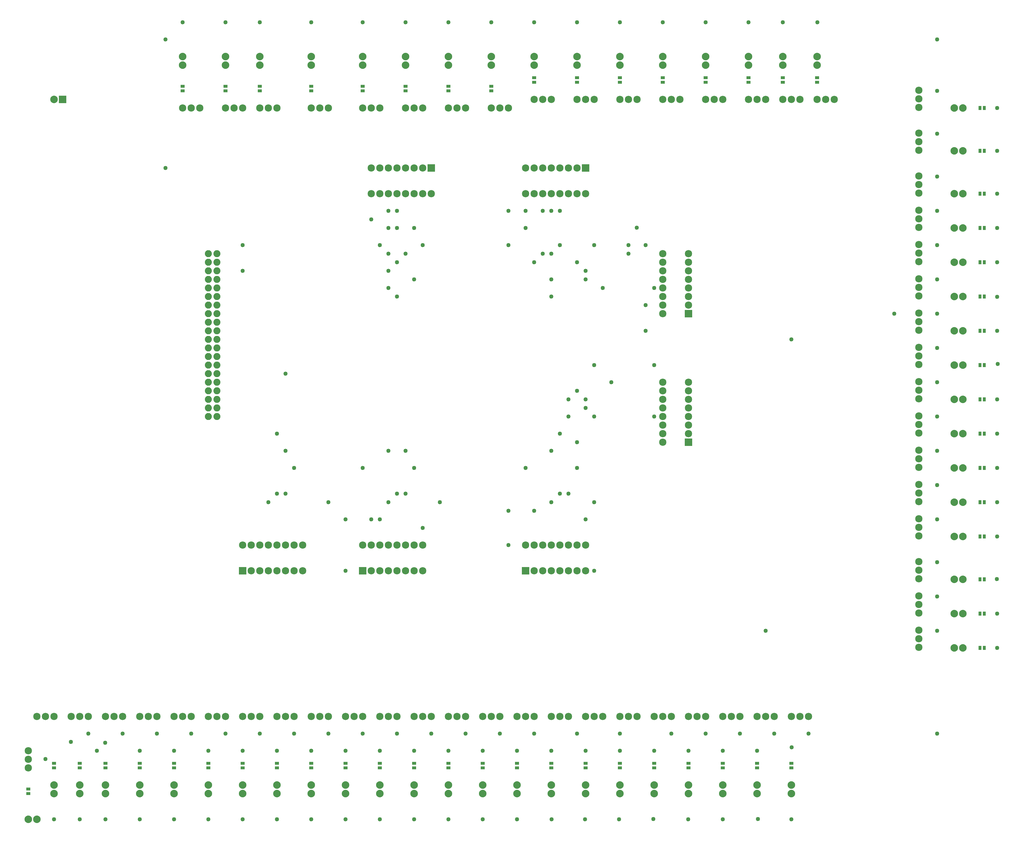
<source format=gts>
G04 MADE WITH FRITZING*
G04 WWW.FRITZING.ORG*
G04 DOUBLE SIDED*
G04 HOLES PLATED*
G04 CONTOUR ON CENTER OF CONTOUR VECTOR*
%ASAXBY*%
%FSLAX23Y23*%
%MOIN*%
%OFA0B0*%
%SFA1.0B1.0*%
%ADD10C,0.049370*%
%ADD11C,0.085000*%
%ADD12C,0.081889*%
%ADD13C,0.081917*%
%ADD14C,0.088000*%
%ADD15R,0.085000X0.085000*%
%ADD16R,0.088000X0.088000*%
%ADD17R,0.045433X0.037559*%
%ADD18R,0.037559X0.045433*%
%LNMASK1*%
G90*
G70*
G54D10*
X4844Y9248D03*
X4744Y8948D03*
X4544Y8948D03*
X2844Y9048D03*
X2844Y8748D03*
X4644Y9448D03*
X4644Y9248D03*
X4644Y8848D03*
X4644Y8448D03*
X4544Y9448D03*
X4544Y9248D03*
X4544Y8748D03*
X4544Y8548D03*
X4444Y9048D03*
X4944Y9048D03*
X5944Y9448D03*
X5944Y9048D03*
X6544Y9448D03*
X6544Y9048D03*
X6944Y9048D03*
X7644Y8548D03*
X7044Y8548D03*
X6944Y7648D03*
X7644Y7648D03*
X6944Y7048D03*
X7644Y7048D03*
X6944Y5248D03*
X6444Y6048D03*
X5144Y6048D03*
X6744Y6748D03*
X6744Y6448D03*
X6144Y6448D03*
X4844Y6448D03*
X4244Y6448D03*
X3444Y6448D03*
X4844Y8648D03*
X6444Y9448D03*
X6444Y8448D03*
X6444Y8948D03*
X6444Y8648D03*
X6844Y8648D03*
X6844Y7148D03*
X4644Y6148D03*
X3244Y6148D03*
X6344Y9448D03*
X6344Y8948D03*
X3344Y7548D03*
X3344Y6648D03*
X3344Y6148D03*
X4744Y6648D03*
X4544Y6648D03*
X6644Y7048D03*
X6444Y6648D03*
X6544Y6148D03*
X6644Y6148D03*
X6844Y8748D03*
X6644Y7248D03*
X6844Y7248D03*
X6144Y9448D03*
X6144Y9248D03*
X7442Y9249D03*
X7544Y9048D03*
X7344Y9048D03*
X7544Y8348D03*
X7544Y8048D03*
X6944Y6048D03*
X4544Y6048D03*
X4744Y6148D03*
X4444Y5848D03*
X3144Y6048D03*
X4344Y5848D03*
X4044Y5848D03*
X4044Y5248D03*
X6244Y5948D03*
X5944Y5948D03*
X5944Y5548D03*
G54D11*
X4244Y5248D03*
X4244Y5548D03*
X4344Y5248D03*
X4344Y5548D03*
X4444Y5248D03*
X4444Y5548D03*
X4544Y5248D03*
X4544Y5548D03*
X4644Y5248D03*
X4644Y5548D03*
X4744Y5248D03*
X4744Y5548D03*
X4844Y5248D03*
X4844Y5548D03*
X4944Y5248D03*
X4944Y5548D03*
X6144Y5248D03*
X6144Y5548D03*
X6244Y5248D03*
X6244Y5548D03*
X6344Y5248D03*
X6344Y5548D03*
X6444Y5248D03*
X6444Y5548D03*
X6544Y5248D03*
X6544Y5548D03*
X6644Y5248D03*
X6644Y5548D03*
X6744Y5248D03*
X6744Y5548D03*
X6844Y5248D03*
X6844Y5548D03*
X8044Y6748D03*
X7744Y6748D03*
X8044Y6848D03*
X7744Y6848D03*
X8044Y6948D03*
X7744Y6948D03*
X8044Y7048D03*
X7744Y7048D03*
X8044Y7148D03*
X7744Y7148D03*
X8044Y7248D03*
X7744Y7248D03*
X8044Y7348D03*
X7744Y7348D03*
X8044Y7448D03*
X7744Y7448D03*
X8044Y8248D03*
X7744Y8248D03*
X8044Y8348D03*
X7744Y8348D03*
X8044Y8448D03*
X7744Y8448D03*
X8044Y8548D03*
X7744Y8548D03*
X8044Y8648D03*
X7744Y8648D03*
X8044Y8748D03*
X7744Y8748D03*
X8044Y8848D03*
X7744Y8848D03*
X8044Y8948D03*
X7744Y8948D03*
X6844Y9948D03*
X6844Y9648D03*
X6744Y9948D03*
X6744Y9648D03*
X6644Y9948D03*
X6644Y9648D03*
X6544Y9948D03*
X6544Y9648D03*
X6444Y9948D03*
X6444Y9648D03*
X6344Y9948D03*
X6344Y9648D03*
X6244Y9948D03*
X6244Y9648D03*
X6144Y9948D03*
X6144Y9648D03*
X5044Y9948D03*
X5044Y9648D03*
X4944Y9948D03*
X4944Y9648D03*
X4844Y9948D03*
X4844Y9648D03*
X4744Y9948D03*
X4744Y9648D03*
X4644Y9948D03*
X4644Y9648D03*
X4544Y9948D03*
X4544Y9648D03*
X4444Y9948D03*
X4444Y9648D03*
X4344Y9948D03*
X4344Y9648D03*
G54D10*
X4244Y11648D03*
X8944Y4548D03*
X4344Y9348D03*
X6744Y8848D03*
X7344Y8948D03*
X3244Y6848D03*
X7144Y7448D03*
X6844Y5848D03*
G54D11*
X2844Y5248D03*
X2844Y5548D03*
X2944Y5248D03*
X2944Y5548D03*
X3044Y5248D03*
X3044Y5548D03*
X3144Y5248D03*
X3144Y5548D03*
X3244Y5248D03*
X3244Y5548D03*
X3344Y5248D03*
X3344Y5548D03*
X3444Y5248D03*
X3444Y5548D03*
X3544Y5248D03*
X3544Y5548D03*
G54D10*
X3844Y6048D03*
X4944Y5748D03*
G54D11*
X3244Y3548D03*
X3344Y3548D03*
X3444Y3548D03*
X2444Y3548D03*
X2544Y3548D03*
X2644Y3548D03*
X2044Y3548D03*
X2144Y3548D03*
X2244Y3548D03*
X1644Y3548D03*
X1744Y3548D03*
X1844Y3548D03*
X344Y2948D03*
X344Y3048D03*
X344Y3148D03*
X2844Y3548D03*
X2944Y3548D03*
X3044Y3548D03*
X5244Y3548D03*
X5344Y3548D03*
X5444Y3548D03*
X3644Y3548D03*
X3744Y3548D03*
X3844Y3548D03*
X4044Y3548D03*
X4144Y3548D03*
X4244Y3548D03*
X4844Y3548D03*
X4944Y3548D03*
X5044Y3548D03*
X4444Y3548D03*
X4544Y3548D03*
X4644Y3548D03*
X10733Y9652D03*
X10733Y9752D03*
X10733Y9852D03*
X10733Y9252D03*
X10733Y9352D03*
X10733Y9452D03*
X10733Y8852D03*
X10733Y8952D03*
X10733Y9052D03*
X10733Y8452D03*
X10733Y8552D03*
X10733Y8652D03*
X10733Y8052D03*
X10733Y8152D03*
X10733Y8252D03*
X10733Y7652D03*
X10733Y7752D03*
X10733Y7852D03*
X10733Y7252D03*
X10733Y7352D03*
X10733Y7452D03*
X10733Y6852D03*
X10733Y6952D03*
X10733Y7052D03*
X10733Y10152D03*
X10733Y10252D03*
X10733Y10352D03*
X10733Y10652D03*
X10733Y10752D03*
X10733Y10852D03*
X10733Y6452D03*
X10733Y6552D03*
X10733Y6652D03*
X10733Y6052D03*
X10733Y6152D03*
X10733Y6252D03*
X10733Y5652D03*
X10733Y5752D03*
X10733Y5852D03*
X10733Y5152D03*
X10733Y5252D03*
X10733Y5352D03*
X10733Y4752D03*
X10733Y4852D03*
X10733Y4952D03*
X10733Y4352D03*
X10733Y4452D03*
X10733Y4552D03*
X3044Y10648D03*
X3144Y10648D03*
X3244Y10648D03*
X3644Y10648D03*
X3744Y10648D03*
X3844Y10648D03*
X4744Y10648D03*
X4844Y10648D03*
X4944Y10648D03*
X5244Y10648D03*
X5344Y10648D03*
X5444Y10648D03*
X5744Y10648D03*
X5844Y10648D03*
X5944Y10648D03*
X6244Y10748D03*
X6344Y10748D03*
X6444Y10748D03*
X6744Y10748D03*
X6844Y10748D03*
X6944Y10748D03*
X7244Y10748D03*
X7344Y10748D03*
X7444Y10748D03*
X7744Y10748D03*
X7844Y10748D03*
X7944Y10748D03*
X8244Y10748D03*
X8344Y10748D03*
X8444Y10748D03*
X8744Y10748D03*
X8844Y10748D03*
X8944Y10748D03*
X9144Y10748D03*
X9244Y10748D03*
X9344Y10748D03*
X9544Y10748D03*
X9644Y10748D03*
X9744Y10748D03*
X2644Y10648D03*
X2744Y10648D03*
X2844Y10648D03*
X2144Y10648D03*
X2244Y10648D03*
X2344Y10648D03*
X4244Y10648D03*
X4344Y10648D03*
X4444Y10648D03*
X5644Y3548D03*
X5744Y3548D03*
X5844Y3548D03*
X1244Y3548D03*
X1344Y3548D03*
X1444Y3548D03*
X9244Y3548D03*
X9344Y3548D03*
X9444Y3548D03*
X8844Y3548D03*
X8944Y3548D03*
X9044Y3548D03*
X6444Y3548D03*
X6544Y3548D03*
X6644Y3548D03*
X6044Y3548D03*
X6144Y3548D03*
X6244Y3548D03*
X7644Y3548D03*
X7744Y3548D03*
X7844Y3548D03*
X6844Y3548D03*
X6944Y3548D03*
X7044Y3548D03*
X7244Y3548D03*
X7344Y3548D03*
X7444Y3548D03*
X8044Y3548D03*
X8144Y3548D03*
X8244Y3548D03*
X8444Y3548D03*
X8544Y3548D03*
X8644Y3548D03*
G54D10*
X10944Y10848D03*
X10944Y10348D03*
X10944Y9848D03*
X10944Y9448D03*
X10944Y9048D03*
X10944Y8648D03*
X10944Y7848D03*
X10944Y8248D03*
X10944Y7448D03*
X10944Y7048D03*
X10944Y6648D03*
X10944Y6248D03*
X10944Y5848D03*
X10944Y11448D03*
X10944Y5348D03*
X10944Y4948D03*
X10944Y4548D03*
X10944Y3348D03*
X9244Y2348D03*
X9444Y3348D03*
X8644Y3348D03*
X8244Y3348D03*
X6744Y3348D03*
X5844Y3348D03*
X3444Y3348D03*
X2644Y3348D03*
X2244Y3348D03*
X1844Y3348D03*
X1444Y3348D03*
X4644Y3348D03*
X5044Y3348D03*
X5444Y3348D03*
X6244Y3348D03*
X7844Y3348D03*
X9044Y3348D03*
X6244Y8848D03*
X6744Y7348D03*
X6544Y6848D03*
G54D12*
X2444Y8948D03*
X2444Y8848D03*
X2444Y8748D03*
X2444Y8648D03*
G54D13*
X2444Y8548D03*
G54D12*
X2444Y8448D03*
X2444Y8348D03*
X2444Y8248D03*
X2444Y8148D03*
G54D13*
X2444Y8048D03*
G54D12*
X2444Y7948D03*
G54D13*
X2444Y7848D03*
G54D12*
X2444Y7748D03*
X2444Y7648D03*
X2444Y7548D03*
X2444Y7448D03*
G54D13*
X2444Y7348D03*
G54D12*
X2444Y7248D03*
X2444Y7148D03*
X2444Y7048D03*
X2544Y7048D03*
X2544Y7148D03*
X2544Y7248D03*
G54D13*
X2544Y7348D03*
G54D12*
X2544Y7448D03*
X2544Y7548D03*
X2544Y7648D03*
X2544Y7748D03*
G54D13*
X2544Y7848D03*
G54D12*
X2544Y7948D03*
G54D13*
X2544Y8048D03*
G54D12*
X2544Y8148D03*
X2544Y8248D03*
X2544Y8348D03*
X2544Y8448D03*
G54D13*
X2544Y8548D03*
G54D12*
X2544Y8648D03*
X2544Y8748D03*
X2544Y8848D03*
X2544Y8948D03*
G54D11*
X444Y3548D03*
X544Y3548D03*
X644Y3548D03*
X844Y3548D03*
X944Y3548D03*
X1044Y3548D03*
G54D10*
X1044Y3348D03*
X4244Y3348D03*
X1944Y9948D03*
X1944Y11448D03*
X7244Y3348D03*
X3844Y3348D03*
X3044Y3348D03*
G54D14*
X744Y10748D03*
X644Y10748D03*
G54D10*
X2144Y11648D03*
X2644Y11648D03*
X3044Y11648D03*
X3644Y11648D03*
X4744Y11648D03*
X5244Y11648D03*
X5744Y11648D03*
X6244Y11648D03*
X6744Y11648D03*
X7244Y11648D03*
X10444Y8248D03*
X9244Y7948D03*
X7744Y11648D03*
X8244Y11648D03*
X8744Y11648D03*
X9144Y11648D03*
X11644Y10648D03*
X11644Y4348D03*
X8844Y3148D03*
X8444Y3148D03*
X8044Y3148D03*
X7644Y3148D03*
X7244Y3148D03*
X6844Y3148D03*
X6444Y3148D03*
X6044Y3148D03*
X5644Y3148D03*
X5244Y3148D03*
X4844Y3148D03*
X4444Y3148D03*
X4044Y3148D03*
X3644Y3148D03*
X3244Y3148D03*
X2844Y3148D03*
X2444Y3148D03*
X2044Y3148D03*
X1644Y3148D03*
X1144Y3148D03*
X1244Y2348D03*
G54D14*
X344Y2348D03*
X444Y2348D03*
X644Y2748D03*
X644Y2648D03*
X1244Y2748D03*
X1244Y2648D03*
X1644Y2748D03*
X1644Y2648D03*
X2044Y2748D03*
X2044Y2648D03*
X2444Y2748D03*
X2444Y2648D03*
X2844Y2748D03*
X2844Y2648D03*
X3244Y2748D03*
X3244Y2648D03*
X4844Y2748D03*
X4844Y2648D03*
X3644Y2748D03*
X3644Y2648D03*
X4044Y2748D03*
X4044Y2648D03*
X4444Y2748D03*
X4444Y2648D03*
X5244Y2748D03*
X5244Y2648D03*
X5644Y2748D03*
X5644Y2648D03*
X6044Y2748D03*
X6044Y2648D03*
X6444Y2748D03*
X6444Y2648D03*
X6844Y2748D03*
X6844Y2648D03*
X7244Y2748D03*
X7244Y2648D03*
X7644Y2748D03*
X7644Y2648D03*
X8044Y2748D03*
X8044Y2648D03*
X8444Y2748D03*
X8444Y2648D03*
X8844Y2748D03*
X8844Y2648D03*
X2144Y11248D03*
X2144Y11148D03*
X2644Y11248D03*
X2644Y11148D03*
X3044Y11248D03*
X3044Y11148D03*
X3644Y11248D03*
X3644Y11148D03*
X4244Y11248D03*
X4244Y11148D03*
X4744Y11248D03*
X4744Y11148D03*
X5244Y11248D03*
X5244Y11148D03*
X5744Y11248D03*
X5744Y11148D03*
X6244Y11248D03*
X6244Y11148D03*
X6744Y11248D03*
X6744Y11148D03*
X7244Y11248D03*
X7244Y11148D03*
X7744Y11248D03*
X7744Y11148D03*
X8244Y11248D03*
X8244Y11148D03*
X8744Y11248D03*
X8744Y11148D03*
X9144Y11248D03*
X9144Y11148D03*
X9544Y11248D03*
X9544Y11148D03*
X11144Y10648D03*
X11244Y10648D03*
X11144Y10148D03*
X11244Y10148D03*
X11144Y9648D03*
X11244Y9648D03*
X11144Y9248D03*
X11244Y9248D03*
X11144Y8848D03*
X11244Y8848D03*
X11144Y8448D03*
X11244Y8448D03*
X11144Y8048D03*
X11244Y8048D03*
X11144Y7648D03*
X11244Y7648D03*
X11144Y7248D03*
X11244Y7248D03*
X11144Y6848D03*
X11244Y6848D03*
X11144Y6048D03*
X11244Y6048D03*
X11144Y6448D03*
X11244Y6448D03*
X11144Y5648D03*
X11244Y5648D03*
X11144Y5148D03*
X11244Y5148D03*
X11144Y4748D03*
X11244Y4748D03*
X11144Y4348D03*
X11244Y4348D03*
X9244Y2748D03*
X9244Y2648D03*
G54D10*
X9548Y11645D03*
X11644Y10148D03*
X11644Y9648D03*
X11644Y9248D03*
X11644Y8848D03*
X11646Y8443D03*
X11644Y8048D03*
X11651Y7659D03*
X11644Y7248D03*
X11644Y6848D03*
X11644Y6448D03*
X11644Y6048D03*
X11644Y5648D03*
X11644Y4748D03*
X11643Y5151D03*
X8854Y2350D03*
X8444Y2348D03*
X8042Y2346D03*
X644Y2346D03*
X1644Y2348D03*
X2044Y2348D03*
X2444Y2348D03*
X2844Y2348D03*
X3244Y2348D03*
X3644Y2348D03*
X4044Y2348D03*
X4444Y2348D03*
X4844Y2348D03*
X5244Y2348D03*
X5644Y2348D03*
X6044Y2348D03*
X6450Y2346D03*
X6838Y2346D03*
X7234Y2346D03*
X7634Y2350D03*
G54D14*
X944Y2748D03*
X944Y2648D03*
G54D10*
X944Y2348D03*
X544Y3049D03*
X843Y3250D03*
X1242Y3240D03*
X9248Y3187D03*
G54D15*
X4244Y5248D03*
X6144Y5248D03*
X8044Y6748D03*
X8044Y8248D03*
X6844Y9948D03*
X5044Y9948D03*
X2844Y5248D03*
G54D16*
X744Y10748D03*
G54D17*
X344Y2648D03*
X344Y2699D03*
G54D18*
X11444Y9648D03*
X11495Y9648D03*
X11444Y9248D03*
X11495Y9248D03*
X11444Y10648D03*
X11495Y10648D03*
G54D17*
X2144Y10848D03*
X2144Y10899D03*
X2644Y10848D03*
X2644Y10899D03*
G54D18*
X11444Y10148D03*
X11495Y10148D03*
X11444Y8048D03*
X11495Y8048D03*
X11444Y6848D03*
X11495Y6848D03*
X11444Y8848D03*
X11495Y8848D03*
X11444Y7248D03*
X11495Y7248D03*
G54D17*
X3044Y10848D03*
X3044Y10899D03*
G54D18*
X11444Y8448D03*
X11495Y8448D03*
X11444Y7648D03*
X11495Y7648D03*
G54D17*
X4744Y10848D03*
X4744Y10899D03*
X7744Y10948D03*
X7744Y10999D03*
X3644Y10848D03*
X3644Y10899D03*
X8244Y10948D03*
X8244Y10999D03*
X9144Y10948D03*
X9144Y10999D03*
X944Y2948D03*
X944Y2999D03*
X8744Y10948D03*
X8744Y10999D03*
X7244Y10948D03*
X7244Y10999D03*
X4244Y10848D03*
X4244Y10899D03*
X6244Y10948D03*
X6244Y10999D03*
G54D18*
X11444Y6448D03*
X11495Y6448D03*
G54D17*
X5744Y10848D03*
X5744Y10899D03*
X6744Y10948D03*
X6744Y10999D03*
X5244Y10848D03*
X5244Y10899D03*
X9544Y10948D03*
X9544Y10999D03*
X3644Y2948D03*
X3644Y2999D03*
X5644Y2948D03*
X5644Y2999D03*
X4044Y2948D03*
X4044Y2999D03*
X4844Y2948D03*
X4844Y2999D03*
X5244Y2948D03*
X5244Y2999D03*
X4444Y2948D03*
X4444Y2999D03*
X3244Y2948D03*
X3244Y2999D03*
X644Y2948D03*
X644Y2999D03*
X2844Y2948D03*
X2844Y2999D03*
X1244Y2948D03*
X1244Y2999D03*
X2044Y2948D03*
X2044Y2999D03*
X2444Y2948D03*
X2444Y2999D03*
X1644Y2948D03*
X1644Y2999D03*
G54D18*
X11444Y6048D03*
X11495Y6048D03*
G54D17*
X9244Y2948D03*
X9244Y2999D03*
X8844Y2948D03*
X8844Y2999D03*
G54D18*
X11444Y4348D03*
X11495Y4348D03*
X11444Y5148D03*
X11495Y5148D03*
X11444Y5648D03*
X11495Y5648D03*
X11444Y4748D03*
X11495Y4748D03*
G54D17*
X6044Y2948D03*
X6044Y2999D03*
X6444Y2948D03*
X6444Y2999D03*
X6844Y2948D03*
X6844Y2999D03*
X8444Y2948D03*
X8444Y2999D03*
X8044Y2948D03*
X8044Y2999D03*
X7244Y2948D03*
X7244Y2999D03*
X7644Y2948D03*
X7644Y2999D03*
G04 End of Mask1*
M02*
</source>
